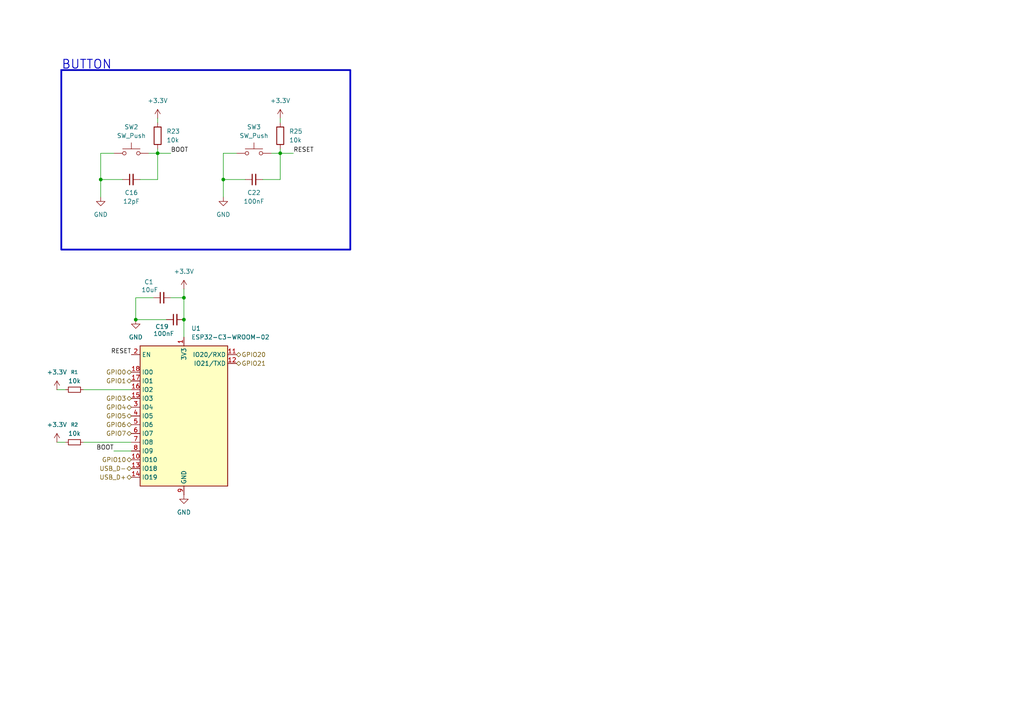
<source format=kicad_sch>
(kicad_sch (version 20250114) (generator "eeschema") (generator_version "9.0")
  (paper "A4")
  (lib_symbols
    (symbol "+3.3V_1" (power) (pin_numbers (hide yes)) (pin_names (offset 0) (hide yes))
      (property "Value" "+3.3V" (at 0 3.556 0))
      (symbol "+3.3V_1_0_1"
        (polyline (pts (xy -0.762 1.27) (xy 0 2.54)))
        (polyline (pts (xy 0 2.54) (xy 0.762 1.27)))
        (polyline (pts (xy 0 0) (xy 0 2.54)))
      )
      (symbol "+3.3V_1_1_1"
        (pin power_in line (at 0 0 90) (length 0) (name "~") (number "1"))
      )
    )
    (symbol "Device:C_Small" (pin_numbers (hide yes)) (pin_names (offset 0.254) (hide yes))
      (property "Reference" "C" (at 0.254 1.778 0))
      (property "Value" "C_Small" (at 0.254 -2.032 0))
      (symbol "C_Small_0_1"
        (polyline (pts (xy -1.524 0.508) (xy 1.524 0.508)) (stroke (width 0.3048)))
        (polyline (pts (xy -1.524 -0.508) (xy 1.524 -0.508)) (stroke (width 0.3302)))
      )
      (symbol "C_Small_1_1"
        (pin passive line (at 0 2.54 270) (length 2.032) (name "~") (number "1"))
        (pin passive line (at 0 -2.54 90) (length 2.032) (name "~") (number "2"))
      )
    )
    (symbol "Device:R" (pin_numbers (hide yes)) (pin_names (offset 0))
      (property "Reference" "R" (at 2.032 0 90))
      (property "Value" "R" (at 0 0 90))
      (symbol "R_0_1"
        (rectangle (start -1.016 -2.54) (end 1.016 2.54) (stroke (width 0.254)))
      )
      (symbol "R_1_1"
        (pin passive line (at 0 3.81 270) (length 1.27) (name "~") (number "1"))
        (pin passive line (at 0 -3.81 90) (length 1.27) (name "~") (number "2"))
      )
    )
    (symbol "GND_1" (power) (pin_numbers (hide yes)) (pin_names (offset 0) (hide yes))
      (property "Value" "GND" (at 0 -3.81 0))
      (symbol "GND_1_0_1"
        (polyline (pts (xy 0 0) (xy 0 -1.27) (xy 1.27 -1.27) (xy 0 -2.54) (xy -1.27 -1.27) (xy 0 -1.27)))
      )
      (symbol "GND_1_1_1"
        (pin power_in line (at 0 0 270) (length 0) (name "~") (number "1"))
      )
    )
    (symbol "RF_Module:ESP32-C3-WROOM-02"
      (property "Reference" "U" (at -12.192 21.336 0))
      (property "Value" "ESP32-C3-WROOM-02" (at 12.192 21.336 0))
      (symbol "ESP32-C3-WROOM-02_1_1"
        (rectangle (start -12.7 20.32) (end 12.7 -20.32) (stroke (width 0.254)) (fill (type background)))
        (pin input line (at -15.24 17.78 0) (length 2.54) (name "EN") (number "2"))
        (pin bidirectional line (at -15.24 12.7 0) (length 2.54) (name "IO0") (number "18"))
        (pin bidirectional line (at -15.24 10.16 0) (length 2.54) (name "IO1") (number "17"))
        (pin bidirectional line (at -15.24 7.62 0) (length 2.54) (name "IO2") (number "16"))
        (pin bidirectional line (at -15.24 5.08 0) (length 2.54) (name "IO3") (number "15"))
        (pin bidirectional line (at -15.24 2.54 0) (length 2.54) (name "IO4") (number "3"))
        (pin bidirectional line (at -15.24 0 0) (length 2.54) (name "IO5") (number "4"))
        (pin bidirectional line (at -15.24 -2.54 0) (length 2.54) (name "IO6") (number "5"))
        (pin bidirectional line (at -15.24 -5.08 0) (length 2.54) (name "IO7") (number "6"))
        (pin bidirectional line (at -15.24 -7.62 0) (length 2.54) (name "IO8") (number "7"))
        (pin bidirectional line (at -15.24 -10.16 0) (length 2.54) (name "IO9") (number "8"))
        (pin bidirectional line (at -15.24 -12.7 0) (length 2.54) (name "IO10") (number "10"))
        (pin bidirectional line (at -15.24 -15.24 0) (length 2.54) (name "IO18") (number "13"))
        (pin bidirectional line (at -15.24 -17.78 0) (length 2.54) (name "IO19") (number "14"))
        (pin power_in line (at 0 22.86 270) (length 2.54) (name "3V3") (number "1"))
        (pin passive line (at 0 -22.86 90) (length 2.54) (hide yes) (name "GND") (number "19"))
        (pin power_in line (at 0 -22.86 90) (length 2.54) (name "GND") (number "9"))
        (pin bidirectional line (at 15.24 17.78 180) (length 2.54) (name "IO20/RXD") (number "11"))
        (pin bidirectional line (at 15.24 15.24 180) (length 2.54) (name "IO21/TXD") (number "12"))
      )
    )
    (symbol "R_Small_1" (pin_numbers (hide yes)) (pin_names (offset 0.254) (hide yes))
      (property "Reference" "R" (at 0 0 90))
      (property "Value" "R_Small" (at 1.778 0 90))
      (symbol "R_Small_1_0_1"
        (rectangle (start -0.762 1.778) (end 0.762 -1.778) (stroke (width 0.2032)))
      )
      (symbol "R_Small_1_1_1"
        (pin passive line (at 0 2.54 270) (length 0.762) (name "~") (number "1"))
        (pin passive line (at 0 -2.54 90) (length 0.762) (name "~") (number "2"))
      )
    )
    (symbol "Switch:SW_Push" (pin_numbers (hide yes)) (pin_names (offset 1.016) (hide yes))
      (property "Reference" "SW" (at 1.27 2.54 0))
      (property "Value" "SW_Push" (at 0 -1.524 0))
      (symbol "SW_Push_0_1"
        (circle (center -2.032 0) (radius 0.508))
        (polyline (pts (xy 0 1.27) (xy 0 3.048)))
        (circle (center 2.032 0) (radius 0.508))
        (polyline (pts (xy 2.54 1.27) (xy -2.54 1.27)))
        (pin passive line (at -5.08 0 0) (length 2.54) (name "1") (number "1"))
        (pin passive line (at 5.08 0 180) (length 2.54) (name "2") (number "2"))
      )
    )
  )
  (rectangle (start 17.78 20.32) (end 101.6 72.39) (stroke (width 0.508)))
  (text "BUTTON" (at 17.78 20.32 0) (effects (font (size 2.54 2.54) (thickness 0.254) (bold yes)) (justify left bottom)))
  (junction (at 53.34 92.71))
  (junction (at 64.77 52.07))
  (junction (at 39.37 92.71))
  (junction (at 53.34 86.36))
  (junction (at 81.28 44.45))
  (junction (at 45.72 44.45))
  (junction (at 29.21 52.07))
  (wire (pts (xy 53.34 83.82) (xy 53.34 86.36)))
  (wire (pts (xy 53.34 92.71) (xy 53.34 97.79)))
  (wire (pts (xy 45.72 52.07) (xy 45.72 44.45)))
  (wire (pts (xy 85.09 44.45) (xy 81.28 44.45)))
  (wire (pts (xy 45.72 44.45) (xy 43.18 44.45)))
  (wire (pts (xy 49.53 86.36) (xy 53.34 86.36)))
  (wire (pts (xy 44.45 86.36) (xy 39.37 86.36)))
  (wire (pts (xy 33.02 130.81) (xy 38.1 130.81)))
  (wire (pts (xy 45.72 43.18) (xy 45.72 44.45)))
  (wire (pts (xy 24.13 113.03) (xy 38.1 113.03)))
  (wire (pts (xy 16.51 128.27) (xy 19.05 128.27)))
  (wire (pts (xy 68.58 44.45) (xy 64.77 44.45)))
  (wire (pts (xy 76.2 52.07) (xy 81.28 52.07)))
  (wire (pts (xy 64.77 44.45) (xy 64.77 52.07)))
  (wire (pts (xy 29.21 44.45) (xy 29.21 52.07)))
  (wire (pts (xy 81.28 34.29) (xy 81.28 35.56)))
  (wire (pts (xy 29.21 52.07) (xy 35.56 52.07)))
  (wire (pts (xy 64.77 52.07) (xy 71.12 52.07)))
  (wire (pts (xy 39.37 86.36) (xy 39.37 92.71)))
  (wire (pts (xy 81.28 44.45) (xy 78.74 44.45)))
  (wire (pts (xy 33.02 44.45) (xy 29.21 44.45)))
  (wire (pts (xy 24.13 128.27) (xy 38.1 128.27)))
  (wire (pts (xy 81.28 52.07) (xy 81.28 44.45)))
  (wire (pts (xy 45.72 34.29) (xy 45.72 35.56)))
  (wire (pts (xy 29.21 52.07) (xy 29.21 57.15)))
  (wire (pts (xy 49.53 44.45) (xy 45.72 44.45)))
  (wire (pts (xy 40.64 52.07) (xy 45.72 52.07)))
  (wire (pts (xy 16.51 113.03) (xy 19.05 113.03)))
  (wire (pts (xy 39.37 92.71) (xy 48.26 92.71)))
  (wire (pts (xy 64.77 52.07) (xy 64.77 57.15)))
  (wire (pts (xy 81.28 43.18) (xy 81.28 44.45)))
  (wire (pts (xy 53.34 86.36) (xy 53.34 92.71)))
  (label "RESET" (at 85.09 44.45 0))
  (label "BOOT" (at 49.53 44.45 0))
  (label "BOOT" (at 33.02 130.81 180))
  (label "RESET" (at 38.1 102.87 180))
  (hierarchical_label "GPIO6" (shape bidirectional) (at 38.1 123.19 180))
  (hierarchical_label "GPIO21" (shape bidirectional) (at 68.58 105.41 0))
  (hierarchical_label "GPIO5" (shape bidirectional) (at 38.1 120.65 180))
  (hierarchical_label "GPIO3" (shape bidirectional) (at 38.1 115.57 180))
  (hierarchical_label "GPIO4" (shape bidirectional) (at 38.1 118.11 180))
  (hierarchical_label "GPIO7" (shape bidirectional) (at 38.1 125.73 180))
  (hierarchical_label "USB_D+" (shape bidirectional) (at 38.1 138.43 180))
  (hierarchical_label "GPIO10" (shape bidirectional) (at 38.1 133.35 180))
  (hierarchical_label "GPIO20" (shape bidirectional) (at 68.58 102.87 0))
  (hierarchical_label "GPIO1" (shape bidirectional) (at 38.1 110.49 180))
  (hierarchical_label "USB_D-" (shape bidirectional) (at 38.1 135.89 180))
  (hierarchical_label "GPIO0" (shape bidirectional) (at 38.1 107.95 180))
  (symbol (lib_name "R_Small_1") (lib_id "Device:R_Small") (at 21.59 128.27 90) (unit 1)
    (property "Reference" "R2" (at 21.59 123.19 90) (effects (font (size 1.016 1.016))))
    (property "Value" "10k" (at 21.59 125.73 90))
    (property "Footprint" "Resistor_SMD:R_0402_1005Metric" (effects (hide yes)))
    (property "Description" "Resistor, small symbol" (effects (hide yes)))
    (property "LCSC" "C25744" (effects (hide yes)))
  )
  (symbol (lib_id "Device:C_Small") (at 46.99 86.36 90) (unit 1)
    (property "Reference" "C1" (at 43.18 81.788 90))
    (property "Value" "10uF" (at 43.434 84.074 90))
    (property "Footprint" "Capacitor_SMD:C_0603_1608Metric" (effects (hide yes)))
    (property "LCSC" "C19702" (effects (hide yes)))
  )
  (symbol (lib_name "GND_1") (lib_id "power:GND") (at 64.77 57.15 0) (unit 1)
    (property "Reference" "#PWR019" (effects (hide yes)))
    (property "Value" "GND" (at 64.77 62.23 0))
    (property "Description" "Power symbol creates a global label with name \"GND\" , ground" (effects (hide yes)))
  )
  (symbol (lib_id "Device:C_Small") (at 38.1 52.07 90) (unit 1)
    (property "Reference" "C16" (at 38.1 55.88 90))
    (property "Value" "12pF" (at 38.1 58.42 90))
    (property "Footprint" "Capacitor_SMD:C_0402_1005Metric" (effects (hide yes)))
    (property "LCSC" "C1547" (effects (hide yes)))
  )
  (symbol (lib_name "GND_1") (lib_id "power:GND") (at 39.37 92.71 0) (unit 1)
    (property "Reference" "#PWR02" (effects (hide yes)))
    (property "Value" "GND" (at 39.37 97.79 0))
    (property "Description" "Power symbol creates a global label with name \"GND\" , ground" (effects (hide yes)))
  )
  (symbol (lib_name "R_Small_1") (lib_id "Device:R_Small") (at 21.59 113.03 90) (unit 1)
    (property "Reference" "R1" (at 21.59 107.95 90) (effects (font (size 1.016 1.016))))
    (property "Value" "10k" (at 21.59 110.49 90))
    (property "Footprint" "Resistor_SMD:R_0402_1005Metric" (effects (hide yes)))
    (property "Description" "Resistor, small symbol" (effects (hide yes)))
    (property "LCSC" "C25744" (effects (hide yes)))
  )
  (symbol (lib_name "+3.3V_1") (lib_id "power:+3.3V") (at 16.51 128.27 0) (unit 1)
    (property "Reference" "#PWR03" (effects (hide yes)))
    (property "Value" "+3.3V" (at 16.51 123.19 0))
    (property "Description" "Power symbol creates a global label with name \"+3.3V\"" (effects (hide yes)))
  )
  (symbol (lib_id "Device:C_Small") (at 50.8 92.71 90) (unit 1)
    (property "Reference" "C19" (at 46.99 94.742 90))
    (property "Value" "100nF" (at 47.498 96.774 90))
    (property "Footprint" "Capacitor_SMD:C_0402_1005Metric" (effects (hide yes)))
    (property "LCSC" "C1525" (effects (hide yes)))
  )
  (symbol (lib_id "Device:R") (at 45.72 39.37 180) (unit 1)
    (property "Reference" "R23" (at 48.2884 38.1 0) (effects (justify right)))
    (property "Value" "10k" (at 48.2884 40.64 0) (effects (justify right)))
    (property "Footprint" "Resistor_SMD:R_0402_1005Metric" (effects (hide yes)))
    (property "LCSC" "C25744" (effects (hide yes)))
  )
  (symbol (lib_name "+3.3V_1") (lib_id "power:+3.3V") (at 16.51 113.03 0) (unit 1)
    (property "Reference" "#PWR05" (effects (hide yes)))
    (property "Value" "+3.3V" (at 16.51 107.95 0))
    (property "Description" "Power symbol creates a global label with name \"+3.3V\"" (effects (hide yes)))
  )
  (symbol (lib_name "GND_1") (lib_id "power:GND") (at 29.21 57.15 0) (unit 1)
    (property "Reference" "#PWR018" (effects (hide yes)))
    (property "Value" "GND" (at 29.21 62.23 0))
    (property "Description" "Power symbol creates a global label with name \"GND\" , ground" (effects (hide yes)))
  )
  (symbol (lib_name "GND_1") (lib_id "power:GND") (at 53.34 143.51 0) (unit 1)
    (property "Reference" "#PWR01" (effects (hide yes)))
    (property "Value" "GND" (at 53.34 148.59 0))
    (property "Description" "Power symbol creates a global label with name \"GND\" , ground" (effects (hide yes)))
  )
  (symbol (lib_name "+3.3V_1") (lib_id "power:+3.3V") (at 53.34 83.82 0) (unit 1)
    (property "Reference" "#PWR04" (effects (hide yes)))
    (property "Value" "+3.3V" (at 53.34 78.74 0))
    (property "Description" "Power symbol creates a global label with name \"+3.3V\"" (effects (hide yes)))
  )
  (symbol (lib_id "Device:C_Small") (at 73.66 52.07 90) (unit 1)
    (property "Reference" "C22" (at 73.66 55.88 90))
    (property "Value" "100nF" (at 73.66 58.42 90))
    (property "Footprint" "Capacitor_SMD:C_0402_1005Metric" (effects (hide yes)))
    (property "LCSC" "C1525" (effects (hide yes)))
  )
  (symbol (lib_id "RF_Module:ESP32-C3-WROOM-02") (at 53.34 120.65 0) (unit 1)
    (property "Reference" "U1" (at 55.4833 95.25 0) (effects (justify left)))
    (property "Value" "ESP32-C3-WROOM-02" (at 55.4833 97.79 0) (effects (justify left)))
    (property "Footprint" "yamaneko:ESP32-C3-WROOM-02" (effects (hide yes)))
    (property "Datasheet" "https://www.espressif.com/sites/default/files/documentation/esp32-c3-wroom-02_datasheet_en.pdf" (effects (hide yes)))
    (property "Description" "802.11 b/g/n Wi­Fi and Bluetooth 5 module, ESP32­C3 SoC, RISC­V microprocessor, On-board antenna" (effects (hide yes)))
    (property "LCSC" "XXX" (effects (hide yes)))
  )
  (symbol (lib_name "+3.3V_1") (lib_id "power:+3.3V") (at 81.28 34.29 0) (unit 1)
    (property "Reference" "#PWR07" (effects (hide yes)))
    (property "Value" "+3.3V" (at 81.28 29.21 0))
    (property "Description" "Power symbol creates a global label with name \"+3.3V\"" (effects (hide yes)))
  )
  (symbol (lib_id "Device:R") (at 81.28 39.37 180) (unit 1)
    (property "Reference" "R25" (at 83.8484 38.1 0) (effects (justify right)))
    (property "Value" "10k" (at 83.8484 40.64 0) (effects (justify right)))
    (property "Footprint" "Resistor_SMD:R_0402_1005Metric" (effects (hide yes)))
    (property "LCSC" "C25744" (effects (hide yes)))
  )
  (symbol (lib_id "Switch:SW_Push") (at 38.1 44.45 0) (unit 1)
    (property "Reference" "SW2" (at 38.1 36.83 0))
    (property "Value" "SW_Push" (at 38.1 39.37 0))
    (property "Footprint" "EASYEDA:SW-SMD_6P-L5.2-W5.2-P3.70-LS6.4" (effects (hide yes)))
    (property "LCSC" "C318884" (effects (hide yes)))
  )
  (symbol (lib_id "Switch:SW_Push") (at 73.66 44.45 0) (unit 1)
    (property "Reference" "SW3" (at 73.66 36.83 0))
    (property "Value" "SW_Push" (at 73.66 39.37 0))
    (property "Footprint" "EASYEDA:SW-SMD_6P-L5.2-W5.2-P3.70-LS6.4" (effects (hide yes)))
    (property "LCSC" "C318884" (effects (hide yes)))
  )
  (symbol (lib_name "+3.3V_1") (lib_id "power:+3.3V") (at 45.72 34.29 0) (unit 1)
    (property "Reference" "#PWR06" (effects (hide yes)))
    (property "Value" "+3.3V" (at 45.72 29.21 0))
    (property "Description" "Power symbol creates a global label with name \"+3.3V\"" (effects (hide yes)))
  )
)
</source>
